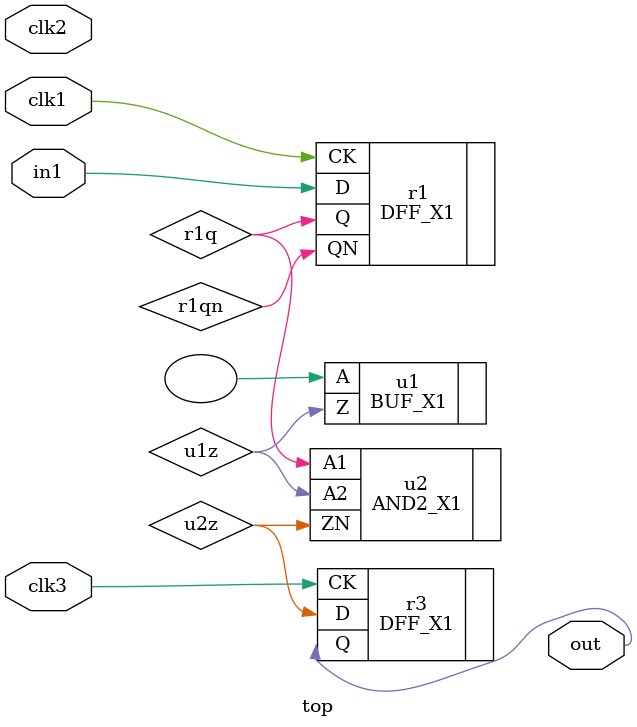
<source format=v>

module top (in1, clk1, clk2, clk3, out);
  input in1, clk1, clk2, clk3;
  output out;

   // unconnected reg output
  DFF_X1 r1 (.D(in1), .CK(clk1), .Q(r1q), .QN(r1qn));

  // no driver for r2q
  BUF_X1 u1 (.A(), .Z(u1z));
  AND2_X1 u2 (.A1(r1q), .A2(u1z), .ZN(u2z));
  DFF_X1 r3 (.D(u2z), .CK(clk3), .Q(out));
endmodule // top

</source>
